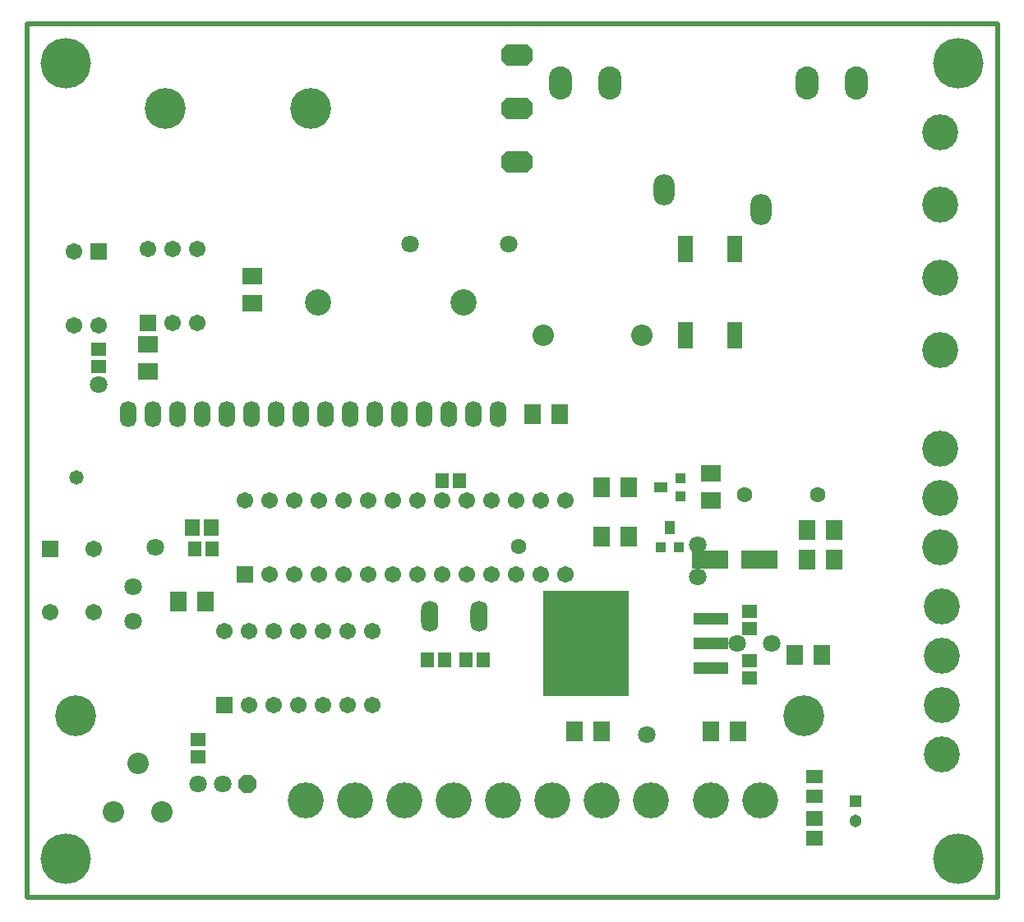
<source format=gts>
%FSLAX24Y24*%
%MOIN*%
G70*
G01*
G75*
G04 Layer_Color=8388736*
%ADD10R,0.0630X0.0709*%
%ADD11R,0.1378X0.0640*%
%ADD12R,0.0709X0.0630*%
%ADD13R,0.0472X0.0551*%
%ADD14R,0.0551X0.0591*%
%ADD15R,0.0591X0.0551*%
%ADD16R,0.0551X0.0472*%
%ADD17R,0.1339X0.0394*%
%ADD18R,0.3386X0.4213*%
%ADD19R,0.0512X0.1024*%
%ADD20R,0.0591X0.0472*%
%ADD21R,0.0360X0.0360*%
%ADD22R,0.0360X0.0500*%
%ADD23R,0.0360X0.0360*%
%ADD24R,0.0500X0.0360*%
%ADD25C,0.0240*%
%ADD26C,0.1400*%
%ADD27C,0.1000*%
%ADD28C,0.0600*%
%ADD29C,0.0400*%
%ADD30C,0.0160*%
%ADD31C,0.0500*%
%ADD32C,0.0800*%
%ADD33C,0.0197*%
%ADD34C,0.1575*%
G04:AMPARAMS|DCode=35|XSize=78.7mil|YSize=118.1mil|CornerRadius=0mil|HoleSize=0mil|Usage=FLASHONLY|Rotation=90.000|XOffset=0mil|YOffset=0mil|HoleType=Round|Shape=Octagon|*
%AMOCTAGOND35*
4,1,8,-0.0591,-0.0197,-0.0591,0.0197,-0.0394,0.0394,0.0394,0.0394,0.0591,0.0197,0.0591,-0.0197,0.0394,-0.0394,-0.0394,-0.0394,-0.0591,-0.0197,0.0*
%
%ADD35OCTAGOND35*%

%ADD36O,0.0591X0.0984*%
%ADD37C,0.0984*%
%ADD38C,0.0551*%
%ADD39R,0.0591X0.0591*%
%ADD40C,0.0591*%
%ADD41C,0.1378*%
%ADD42C,0.0591*%
%ADD43R,0.0591X0.0591*%
%ADD44O,0.0620X0.1181*%
%ADD45C,0.0787*%
%ADD46C,0.0630*%
%ADD47O,0.0787X0.1181*%
%ADD48R,0.0433X0.0433*%
%ADD49C,0.0433*%
%ADD50O,0.0866X0.1260*%
%ADD51P,0.0682X8X202.5*%
%ADD52C,0.0500*%
%ADD53C,0.1969*%
%ADD54C,0.0100*%
%ADD55C,0.0079*%
%ADD56C,0.0236*%
%ADD57C,0.0098*%
%ADD58C,0.0080*%
%ADD59C,0.0120*%
%ADD60C,0.0070*%
%ADD61C,0.0050*%
%ADD62R,0.0710X0.0789*%
%ADD63R,0.1458X0.0720*%
%ADD64R,0.0789X0.0710*%
%ADD65R,0.0552X0.0631*%
%ADD66R,0.0631X0.0671*%
%ADD67R,0.0671X0.0631*%
%ADD68R,0.0631X0.0552*%
%ADD69R,0.1419X0.0474*%
%ADD70R,0.3466X0.4293*%
%ADD71R,0.0592X0.1104*%
%ADD72R,0.0671X0.0552*%
%ADD73R,0.0440X0.0440*%
%ADD74R,0.0440X0.0580*%
%ADD75R,0.0440X0.0440*%
%ADD76R,0.0580X0.0440*%
%ADD77C,0.1655*%
G04:AMPARAMS|DCode=78|XSize=86.7mil|YSize=126.1mil|CornerRadius=0mil|HoleSize=0mil|Usage=FLASHONLY|Rotation=90.000|XOffset=0mil|YOffset=0mil|HoleType=Round|Shape=Octagon|*
%AMOCTAGOND78*
4,1,8,-0.0631,-0.0217,-0.0631,0.0217,-0.0414,0.0434,0.0414,0.0434,0.0631,0.0217,0.0631,-0.0217,0.0414,-0.0434,-0.0414,-0.0434,-0.0631,-0.0217,0.0*
%
%ADD78OCTAGOND78*%

%ADD79O,0.0671X0.1064*%
%ADD80C,0.1064*%
%ADD81C,0.0631*%
%ADD82R,0.0671X0.0671*%
%ADD83C,0.0671*%
%ADD84C,0.1458*%
%ADD85C,0.0671*%
%ADD86R,0.0671X0.0671*%
%ADD87O,0.0700X0.1261*%
%ADD88C,0.0867*%
%ADD89C,0.0710*%
%ADD90O,0.0867X0.1261*%
%ADD91R,0.0513X0.0513*%
%ADD92C,0.0513*%
%ADD93O,0.0946X0.1340*%
%ADD94P,0.0768X8X202.5*%
%ADD95C,0.0580*%
%ADD96C,0.2049*%
D33*
X20200Y10107D02*
Y45541D01*
X59570D01*
Y10107D02*
Y45541D01*
X20200Y10107D02*
X59570D01*
D62*
X51849Y25007D02*
D03*
X52951D02*
D03*
Y23807D02*
D03*
X51849D02*
D03*
X44601Y26757D02*
D03*
X43499D02*
D03*
X42399Y16857D02*
D03*
X43501D02*
D03*
X41801Y29707D02*
D03*
X40699D02*
D03*
X27451Y22107D02*
D03*
X26349D02*
D03*
X44601Y24757D02*
D03*
X43499D02*
D03*
X47949Y16857D02*
D03*
X49051D02*
D03*
X51349Y19957D02*
D03*
X52451D02*
D03*
D63*
X49900Y23807D02*
D03*
X47900D02*
D03*
D64*
X47950Y26206D02*
D03*
Y27309D02*
D03*
X25100Y32559D02*
D03*
Y31456D02*
D03*
X29350Y34206D02*
D03*
Y35309D02*
D03*
D65*
X37996Y19757D02*
D03*
X38704D02*
D03*
X37154Y19757D02*
D03*
X36446D02*
D03*
X37754Y27007D02*
D03*
X37046D02*
D03*
X26996Y24257D02*
D03*
X27704D02*
D03*
D66*
X26906Y25107D02*
D03*
X27694D02*
D03*
D67*
X52150Y13301D02*
D03*
Y12514D02*
D03*
D68*
X49500Y21712D02*
D03*
Y21003D02*
D03*
Y19712D02*
D03*
Y19003D02*
D03*
X27150Y15803D02*
D03*
Y16512D02*
D03*
X23100Y31653D02*
D03*
Y32362D02*
D03*
D69*
X47933Y21407D02*
D03*
Y20407D02*
D03*
Y19407D02*
D03*
D70*
X42894Y20407D02*
D03*
D71*
X48904Y36409D02*
D03*
X46896D02*
D03*
X48904Y32906D02*
D03*
X46896D02*
D03*
D72*
X52150Y15007D02*
D03*
Y14207D02*
D03*
D73*
X45900Y24307D02*
D03*
X46650D02*
D03*
D74*
X46280Y25107D02*
D03*
D75*
X46700Y26382D02*
D03*
Y27132D02*
D03*
D76*
X45900Y26762D02*
D03*
D77*
X31702Y42107D02*
D03*
X25797D02*
D03*
X22180Y17497D02*
D03*
X51710Y17492D02*
D03*
D78*
X40068Y42107D02*
D03*
Y39942D02*
D03*
Y44273D02*
D03*
D79*
X32300Y29707D02*
D03*
X33300D02*
D03*
X31300D02*
D03*
X30300D02*
D03*
X24300D02*
D03*
X25300D02*
D03*
X26300D02*
D03*
X27300D02*
D03*
X28300D02*
D03*
X29300D02*
D03*
X34300D02*
D03*
X35300D02*
D03*
X36300D02*
D03*
X37300D02*
D03*
X38300D02*
D03*
X39300D02*
D03*
D80*
X37903Y34257D02*
D03*
X31997D02*
D03*
D81*
X49300Y26457D02*
D03*
X52290D02*
D03*
X40160Y24357D02*
D03*
D82*
X28200Y17907D02*
D03*
D83*
X29200D02*
D03*
X30200D02*
D03*
X31200D02*
D03*
X32200D02*
D03*
X33200D02*
D03*
X34200D02*
D03*
X28200Y20907D02*
D03*
X29200D02*
D03*
X30200D02*
D03*
X31200D02*
D03*
X32200D02*
D03*
X33200D02*
D03*
X34200D02*
D03*
X21150Y21698D02*
D03*
X22922Y24257D02*
D03*
D84*
X47950Y14057D02*
D03*
X49950D02*
D03*
X33500D02*
D03*
X31500D02*
D03*
X35500D02*
D03*
X41500D02*
D03*
X37500D02*
D03*
X39500D02*
D03*
X43500D02*
D03*
X45500D02*
D03*
X57250Y26307D02*
D03*
Y24307D02*
D03*
Y28307D02*
D03*
Y41166D02*
D03*
Y38213D02*
D03*
Y32307D02*
D03*
Y35260D02*
D03*
X57300Y21907D02*
D03*
Y19907D02*
D03*
Y15907D02*
D03*
Y17907D02*
D03*
D85*
X22100Y33320D02*
D03*
X23100D02*
D03*
X22100Y36320D02*
D03*
X26100Y33420D02*
D03*
X27100D02*
D03*
X25100Y36420D02*
D03*
X26100D02*
D03*
X27100D02*
D03*
X42050Y26207D02*
D03*
X41050D02*
D03*
X40050D02*
D03*
X39050D02*
D03*
X38050D02*
D03*
X37050D02*
D03*
X36050D02*
D03*
X35050D02*
D03*
X34050D02*
D03*
X33050D02*
D03*
X32050D02*
D03*
X31050D02*
D03*
X30050D02*
D03*
X29050D02*
D03*
X42050Y23207D02*
D03*
X41050D02*
D03*
X40050D02*
D03*
X39050D02*
D03*
X38050D02*
D03*
X37050D02*
D03*
X36050D02*
D03*
X35050D02*
D03*
X34050D02*
D03*
X33050D02*
D03*
X32050D02*
D03*
X31050D02*
D03*
X30050D02*
D03*
X22922Y21698D02*
D03*
D86*
X23100Y36320D02*
D03*
X25100Y33420D02*
D03*
X29050Y23207D02*
D03*
X21150Y24257D02*
D03*
D87*
X36550Y21507D02*
D03*
X38550D02*
D03*
D88*
X25684Y13589D02*
D03*
X23716D02*
D03*
X24700Y15557D02*
D03*
X41150Y32907D02*
D03*
X45150D02*
D03*
D89*
X35750Y36607D02*
D03*
X39750D02*
D03*
X28150Y14707D02*
D03*
X27150D02*
D03*
X44100Y18907D02*
D03*
Y21907D02*
D03*
X41700Y18907D02*
D03*
Y21907D02*
D03*
X42900Y20307D02*
D03*
X25400Y24307D02*
D03*
X24500Y21307D02*
D03*
Y22707D02*
D03*
X45350Y16707D02*
D03*
X23100Y30907D02*
D03*
X49000Y20407D02*
D03*
X50400D02*
D03*
X47400Y23107D02*
D03*
Y24407D02*
D03*
D90*
X46031Y38801D02*
D03*
X49969Y38014D02*
D03*
D91*
X53800Y14001D02*
D03*
D92*
Y13214D02*
D03*
D93*
X41847Y43157D02*
D03*
X43853D02*
D03*
X51847D02*
D03*
X53853D02*
D03*
D94*
X29150Y14707D02*
D03*
D95*
X22200Y27157D02*
D03*
D96*
X21775Y11682D02*
D03*
X57995D02*
D03*
Y43966D02*
D03*
X21775D02*
D03*
M02*

</source>
